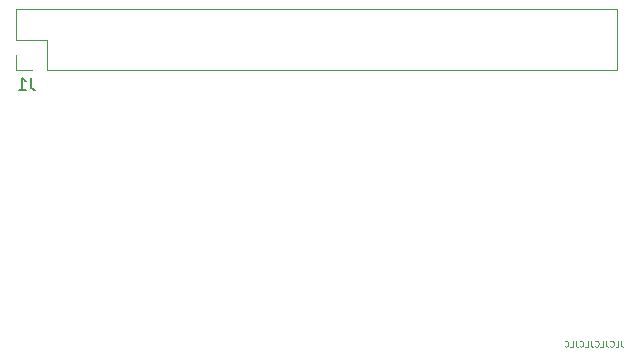
<source format=gbo>
%TF.GenerationSoftware,KiCad,Pcbnew,(6.0.5)*%
%TF.CreationDate,2022-06-15T12:21:02+01:00*%
%TF.ProjectId,PiKVM,50694b56-4d2e-46b6-9963-61645f706362,rev?*%
%TF.SameCoordinates,Original*%
%TF.FileFunction,Legend,Bot*%
%TF.FilePolarity,Positive*%
%FSLAX46Y46*%
G04 Gerber Fmt 4.6, Leading zero omitted, Abs format (unit mm)*
G04 Created by KiCad (PCBNEW (6.0.5)) date 2022-06-15 12:21:02*
%MOMM*%
%LPD*%
G01*
G04 APERTURE LIST*
%ADD10C,0.125000*%
%ADD11C,0.150000*%
%ADD12C,0.120000*%
%ADD13R,1.600000X1.600000*%
%ADD14O,1.600000X1.600000*%
%ADD15R,1.700000X1.700000*%
%ADD16O,1.700000X1.700000*%
%ADD17C,1.600000*%
%ADD18C,6.200000*%
G04 APERTURE END LIST*
D10*
X75809523Y-47726190D02*
X75809523Y-48083333D01*
X75833333Y-48154761D01*
X75880952Y-48202380D01*
X75952380Y-48226190D01*
X76000000Y-48226190D01*
X75333333Y-48226190D02*
X75571428Y-48226190D01*
X75571428Y-47726190D01*
X74880952Y-48178571D02*
X74904761Y-48202380D01*
X74976190Y-48226190D01*
X75023809Y-48226190D01*
X75095238Y-48202380D01*
X75142857Y-48154761D01*
X75166666Y-48107142D01*
X75190476Y-48011904D01*
X75190476Y-47940476D01*
X75166666Y-47845238D01*
X75142857Y-47797619D01*
X75095238Y-47750000D01*
X75023809Y-47726190D01*
X74976190Y-47726190D01*
X74904761Y-47750000D01*
X74880952Y-47773809D01*
X74523809Y-47726190D02*
X74523809Y-48083333D01*
X74547619Y-48154761D01*
X74595238Y-48202380D01*
X74666666Y-48226190D01*
X74714285Y-48226190D01*
X74047619Y-48226190D02*
X74285714Y-48226190D01*
X74285714Y-47726190D01*
X73595238Y-48178571D02*
X73619047Y-48202380D01*
X73690476Y-48226190D01*
X73738095Y-48226190D01*
X73809523Y-48202380D01*
X73857142Y-48154761D01*
X73880952Y-48107142D01*
X73904761Y-48011904D01*
X73904761Y-47940476D01*
X73880952Y-47845238D01*
X73857142Y-47797619D01*
X73809523Y-47750000D01*
X73738095Y-47726190D01*
X73690476Y-47726190D01*
X73619047Y-47750000D01*
X73595238Y-47773809D01*
X73238095Y-47726190D02*
X73238095Y-48083333D01*
X73261904Y-48154761D01*
X73309523Y-48202380D01*
X73380952Y-48226190D01*
X73428571Y-48226190D01*
X72761904Y-48226190D02*
X73000000Y-48226190D01*
X73000000Y-47726190D01*
X72309523Y-48178571D02*
X72333333Y-48202380D01*
X72404761Y-48226190D01*
X72452380Y-48226190D01*
X72523809Y-48202380D01*
X72571428Y-48154761D01*
X72595238Y-48107142D01*
X72619047Y-48011904D01*
X72619047Y-47940476D01*
X72595238Y-47845238D01*
X72571428Y-47797619D01*
X72523809Y-47750000D01*
X72452380Y-47726190D01*
X72404761Y-47726190D01*
X72333333Y-47750000D01*
X72309523Y-47773809D01*
X71952380Y-47726190D02*
X71952380Y-48083333D01*
X71976190Y-48154761D01*
X72023809Y-48202380D01*
X72095238Y-48226190D01*
X72142857Y-48226190D01*
X71476190Y-48226190D02*
X71714285Y-48226190D01*
X71714285Y-47726190D01*
X71023809Y-48178571D02*
X71047619Y-48202380D01*
X71119047Y-48226190D01*
X71166666Y-48226190D01*
X71238095Y-48202380D01*
X71285714Y-48154761D01*
X71309523Y-48107142D01*
X71333333Y-48011904D01*
X71333333Y-47940476D01*
X71309523Y-47845238D01*
X71285714Y-47797619D01*
X71238095Y-47750000D01*
X71166666Y-47726190D01*
X71119047Y-47726190D01*
X71047619Y-47750000D01*
X71023809Y-47773809D01*
D11*
%TO.C,J1*%
X25833333Y-25452380D02*
X25833333Y-26166666D01*
X25880952Y-26309523D01*
X25976190Y-26404761D01*
X26119047Y-26452380D01*
X26214285Y-26452380D01*
X24833333Y-26452380D02*
X25404761Y-26452380D01*
X25119047Y-26452380D02*
X25119047Y-25452380D01*
X25214285Y-25595238D01*
X25309523Y-25690476D01*
X25404761Y-25738095D01*
D12*
X24570000Y-24830000D02*
X25900000Y-24830000D01*
X27170000Y-24830000D02*
X75490000Y-24830000D01*
X75490000Y-19630000D02*
X75490000Y-24830000D01*
X24570000Y-23500000D02*
X24570000Y-24830000D01*
X24570000Y-19630000D02*
X24570000Y-22230000D01*
X27170000Y-22230000D02*
X27170000Y-24830000D01*
X24570000Y-22230000D02*
X27170000Y-22230000D01*
X24570000Y-19630000D02*
X75490000Y-19630000D01*
%TD*%
%LPC*%
D13*
%TO.C,U2*%
X45650000Y-37253332D03*
D14*
X45650000Y-39793332D03*
X53270000Y-39793332D03*
X53270000Y-37253332D03*
%TD*%
D15*
%TO.C,J2*%
X41125000Y-45500000D03*
D16*
X43665000Y-45500000D03*
X46205000Y-45500000D03*
X48745000Y-45500000D03*
X51285000Y-45500000D03*
X53825000Y-45500000D03*
X56365000Y-45500000D03*
X58905000Y-45500000D03*
%TD*%
D17*
%TO.C,R4*%
X39600000Y-39080000D03*
D14*
X39600000Y-28920000D03*
%TD*%
D18*
%TO.C,REF\u002A\u002A*%
X79000000Y-45500000D03*
%TD*%
D17*
%TO.C,R2*%
X27200000Y-39080000D03*
D14*
X27200000Y-28920000D03*
%TD*%
D13*
%TO.C,U1*%
X45650000Y-29206666D03*
D14*
X45650000Y-31746666D03*
X53270000Y-31746666D03*
X53270000Y-29206666D03*
%TD*%
D17*
%TO.C,R3*%
X33400000Y-39080000D03*
D14*
X33400000Y-28920000D03*
%TD*%
D17*
%TO.C,R1*%
X21000000Y-39080000D03*
D14*
X21000000Y-28920000D03*
%TD*%
D18*
%TO.C,REF\u002A\u002A*%
X21000000Y-45500000D03*
%TD*%
%TO.C,REF\u002A\u002A*%
X79000000Y-22500000D03*
%TD*%
D13*
%TO.C,U3*%
X59150000Y-29206666D03*
D14*
X59150000Y-31746666D03*
X66770000Y-31746666D03*
X66770000Y-29206666D03*
%TD*%
D18*
%TO.C,REF\u002A\u002A*%
X21000000Y-22500000D03*
%TD*%
D17*
%TO.C,R5*%
X72800000Y-28920000D03*
D14*
X72800000Y-39080000D03*
%TD*%
D13*
%TO.C,U4*%
X59150000Y-37253332D03*
D14*
X59150000Y-39793332D03*
X66770000Y-39793332D03*
X66770000Y-37253332D03*
%TD*%
D17*
%TO.C,R6*%
X79000000Y-28920000D03*
D14*
X79000000Y-39080000D03*
%TD*%
D15*
%TO.C,J1*%
X25900000Y-23500000D03*
D16*
X25900000Y-20960000D03*
X28440000Y-23500000D03*
X28440000Y-20960000D03*
X30980000Y-23500000D03*
X30980000Y-20960000D03*
X33520000Y-23500000D03*
X33520000Y-20960000D03*
X36060000Y-23500000D03*
X36060000Y-20960000D03*
X38600000Y-23500000D03*
X38600000Y-20960000D03*
X41140000Y-23500000D03*
X41140000Y-20960000D03*
X43680000Y-23500000D03*
X43680000Y-20960000D03*
X46220000Y-23500000D03*
X46220000Y-20960000D03*
X48760000Y-23500000D03*
X48760000Y-20960000D03*
X51300000Y-23500000D03*
X51300000Y-20960000D03*
X53840000Y-23500000D03*
X53840000Y-20960000D03*
X56380000Y-23500000D03*
X56380000Y-20960000D03*
X58920000Y-23500000D03*
X58920000Y-20960000D03*
X61460000Y-23500000D03*
X61460000Y-20960000D03*
X64000000Y-23500000D03*
X64000000Y-20960000D03*
X66540000Y-23500000D03*
X66540000Y-20960000D03*
X69080000Y-23500000D03*
X69080000Y-20960000D03*
X71620000Y-23500000D03*
X71620000Y-20960000D03*
X74160000Y-23500000D03*
X74160000Y-20960000D03*
%TD*%
M02*

</source>
